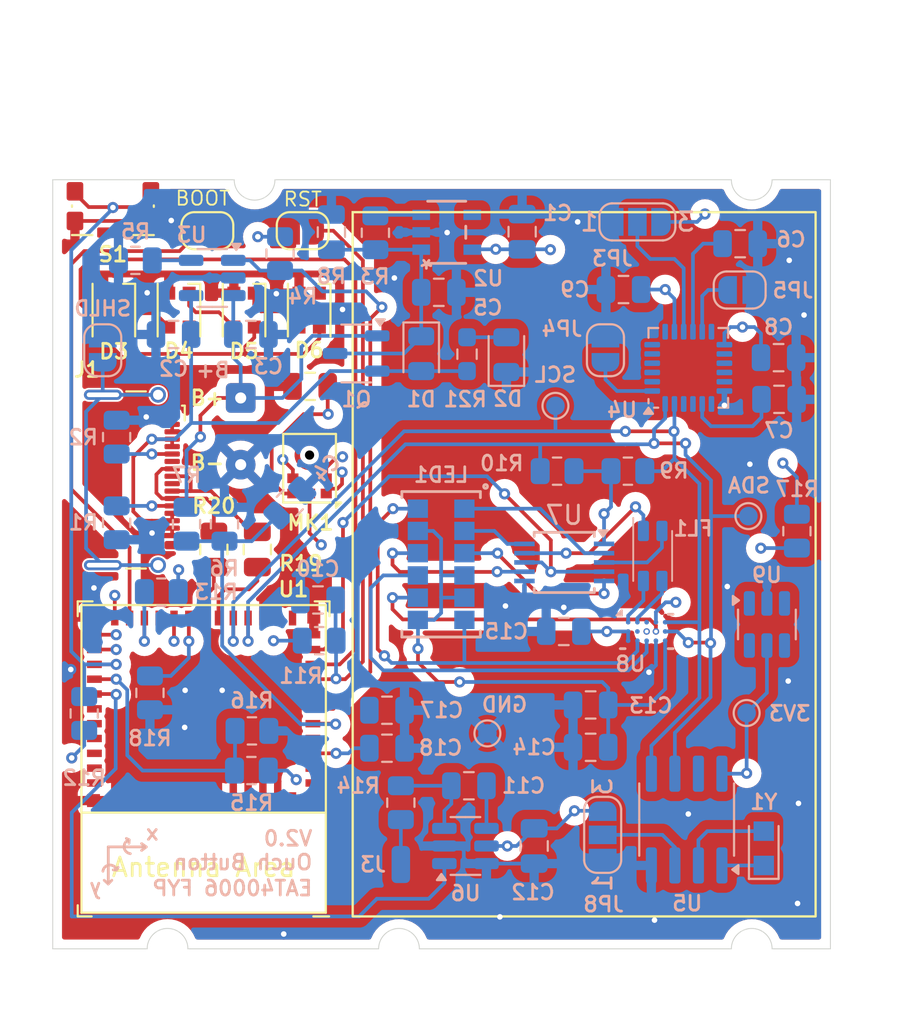
<source format=kicad_pcb>
(kicad_pcb (version 20240108) (generator "pcbnew") (generator_version "8.0")
  (layers (0 "F.Cu" signal) (1 "In1.Cu" power "3V3.Cu") (2 "In2.Cu" power "GND.Cu") (31 "B.Cu" signal) (34 "B.Paste" user) (35 "F.Paste" user) (36 "B.SilkS" user "B.Silkscreen") (37 "F.SilkS" user "F.Silkscreen") (38 "B.Mask" user) (39 "F.Mask" user) (44 "Edge.Cuts" user))
  (net 0 "")
  (net 1 "GND")
  (net 2 "IO9{slash}BOOT")
  (net 3 "VBATT")
  (net 4 "IO2{slash}BATT")
  (net 5 "Net-(U4-REGOUT)")
  (net 6 "Net-(U4-CPOUT)")
  (net 7 "+3V3")
  (net 8 "EN")
  (net 9 "Net-(U6-SNSK)")
  (net 10 "Net-(U6-SNS)")
  (net 11 "VCC_TX")
  (net 12 "VUSB")
  (net 13 "Net-(D1-K)")
  (net 14 "Net-(D2-A)")
  (net 15 "Net-(D3-DOUT)")
  (net 16 "IO4{slash}WB2812B")
  (net 17 "Net-(D4-DOUT)")
  (net 18 "Net-(D5-DOUT)")
  (net 20 "Net-(FL1-Pad4)")
  (net 21 "Net-(FL1-Pad1)")
  (net 22 "Net-(U8-INP)")
  (net 23 "Net-(U8-INM)")
  (net 24 "Net-(J3-Pin_1)")
  (net 25 "INP1")
  (net 26 "TX1")
  (net 27 "INM2")
  (net 28 "TX3")
  (net 29 "INP2")
  (net 30 "INM1")
  (net 31 "TX2")
  (net 32 "IO18{slash}LR")
  (net 33 "IO19{slash}WS")
  (net 34 "IO20{slash}SCK")
  (net 35 "IO14{slash}SD")
  (net 36 "Net-(J1-CC2)")
  (net 37 "Net-(J1-CC1)")
  (net 38 "Net-(U2-EN)")
  (net 39 "Net-(U3-PROG)")
  (net 40 "IO7{slash}SCL")
  (net 41 "IO6{slash}SDA")
  (net 42 "IO21{slash}S1")
  (net 43 "Net-(U1-GPIO8)")
  (net 44 "IO22{slash}AFE_CLK")
  (net 45 "Net-(U8-CLK)")
  (net 46 "IO15{slash}AFE_RST")
  (net 47 "IO12{slash}USB_D-")
  (net 48 "IO13{slash}USB_D+")
  (net 57 "IO23{slash}TOUCH")
  (net 58 "IO3{slash}CHG")
  (net 60 "IO5{slash}SELECT")
  (net 63 "Net-(JP5-B)")
  (net 64 "Net-(JP3-C)")
  (net 70 "Net-(JP4-B)")
  (net 80 "Net-(JP8-C)")
  (net 81 "Net-(U5-X2)")
  (net 83 "Net-(U5-X1)")
  (net 90 "Net-(J1-SHIELD)")
  (net 92 "Net-(J1-D--PadA7)")
  (net 93 "Net-(J1-D+-PadA6)")
  (footprint "LED_SMD:LED_WS2812B-2020_PLCC4_2.0x2.0mm" (layer "F.Cu") (at 76.3 78.035 -90)
    (property "Reference" "D3")
    (property "Value" "WS2812B" (hide yes))
  )
  (footprint "Capacitor_SMD:C_0805_2012Metric" (layer "F.Cu") (at 84.05 90.95 90)
    (property "Reference" "R19")
    (property "Value" "22R")
  )
  (footprint "Capacitor_SMD:C_0805_2012Metric" (layer "F.Cu") (at 81.7 90.95 90)
    (property "Reference" "R20")
    (property "Value" "22R")
  )
  (footprint "LED_SMD:LED_WS2812B-2020_PLCC4_2.0x2.0mm" (layer "F.Cu") (at 86.85 78.035 -90)
    (property "Reference" "D6")
    (property "Value" "WS2812B-2020" (hide yes))
  )
  (footprint "PCM_Espressif:ESP32-C6-MINI-1" (layer "F.Cu") (at 81.15 102.25 180)
    (property "Reference" "U1")
    (property "Value" "ESP32-C6-MINI-1/U")
  )
  (footprint "Jumper:SolderJumper-2_P1.3mm_Open_RoundedPad1.0x1.5mm" (layer "F.Cu") (at 86.5 73.75)
    (property "Reference" "RST1" (hide yes))
    (property "Value" "SolderJumper_2_Open")
  )
  (footprint "LED_SMD:LED_WS2812B-2020_PLCC4_2.0x2.0mm" (layer "F.Cu") (at 83.333332 78.035 -90)
    (property "Reference" "D5")
    (property "Value" "WS2812B-2020" (hide yes))
  )
  (footprint "Connector_Wire:SolderWire-0.1sqmm_1x02_P3.6mm_D0.4mm_OD1mm" (layer "F.Cu") (at 83.15 82.775 -90)
    (property "Reference" "J_BATT1" (hide yes))
    (property "Value" "Solder with Relief" (hide yes))
  )
  (footprint "Jumper:SolderJumper-2_P1.3mm_Open_RoundedPad1.0x1.5mm" (layer "F.Cu") (at 81.35 73.75 180)
    (property "Reference" "BOOT1" (hide yes))
    (property "Value" "SolderJumper_2_Open")
  )
  (footprint "Button_Switch_SMD:SW_SPST_CK_KMS2xxGP" (layer "F.Cu") (at 76.25 72.425 180)
    (property "Reference" "S1")
    (property "Value" "SW_Push")
  )
  (footprint "Connector_USB:USB_C_Receptacle_G-Switch_GT-USB-7025" (layer "F.Cu") (at 76 87.2 -90)
    (property "Reference" "J1")
    (property "Value" "USB_C_Receptacle_USB2.0_14P")
  )
  (footprint "Capacitor_SMD:C_0805_2012Metric" (layer "F.Cu") (at 86.9 82.15 180)
    (property "Reference" "C16" (hide yes))
    (property "Value" "0.1uF")
  )
  (footprint "Sensor_Audio:InvenSense_ICS-43434-6_3.5x2.65mm" (layer "F.Cu") (at 86.87 86.5675 180)
    (property "Reference" "MK1")
    (property "Value" "ICS-43434")
  )
  (footprint "LED_SMD:LED_WS2812B-2020_PLCC4_2.0x2.0mm" (layer "F.Cu") (at 79.816666 78.035 -90)
    (property "Reference" "D4")
    (property "Value" "WS2812B-2020" (hide yes))
  )
  (footprint "Capacitor_SMD:C_0805_2012Metric" (layer "B.Cu") (at 112.2 80.6)
    (property "Reference" "C8")
    (property "Value" "0.1uF")
  )
  (footprint "Sensor_Motion:InvenSense_QFN-24_4x4mm_P0.5mm" (layer "B.Cu") (at 107.325 81.15)
    (property "Reference" "U4")
    (property "Value" "MPU-6050")
  )
  (footprint "Jumper:SolderJumper-2_P1.3mm_Open_RoundedPad1.0x1.5mm" (layer "B.Cu") (at 75.7 80.2 -90)
    (property "Reference" "SHLD1" (hide yes))
    (property "Value" "SolderJumper_2_Bridged")
  )
  (footprint "Connector_Wire:SolderWirePad_1x01_SMD_1x2mm" (layer "B.Cu") (at 91.8 107.95 180)
    (property "Reference" "J3")
    (property "Value" "Conn_01x01_Pin")
  )
  (footprint "Diode_SMD:D_0805_2012Metric" (layer "B.Cu") (at 92.9 80.3875 -90)
    (property "Reference" "D1")
    (property "Value" "5V Min")
  )
  (footprint "Jumper:SolderJumper-2_P1.3mm_Open_RoundedPad1.0x1.5mm" (layer "B.Cu") (at 110.1 76.95 180)
    (property "Reference" "JP5")
    (property "Value" "SolderJumper_2_Bridged")
  )
  (footprint "Resistor_SMD:R_0603_1608Metric_Pad0.98x0.95mm_HandSolder" (layer "B.Cu") (at 95.375 80.4125 90)
    (property "Reference" "R21")
    (property "Value" "4.7k")
  )
  (footprint "Resistor_SMD:R_0805_2012Metric" (layer "B.Cu") (at 78.8625 93.25 180)
    (property "Reference" "R13")
    (property "Value" "100k")
  )
  (footprint "TestPoint:TestPoint_Pad_D1.0mm" (layer "B.Cu") (at 96.475 100.875 180)
    (property "Reference" "TP4" (hide yes))
    (property "Value" "TestPoint")
  )
  (footprint "Resistor_SMD:R_0805_2012Metric" (layer "B.Cu") (at 76.45 89.5125 -90)
    (property "Reference" "R1")
    (property "Value" "5.1k")
  )
  (footprint "Package_TO_SOT_SMD:SOT-23-6" (layer "B.Cu") (at 95.2875 106.95)
    (property "Reference" "U6")
    (property "Value" "AT42QT1010-TSHR")
  )
  (footprint "Capacitor_SMD:C_0805_2012Metric" (layer "B.Cu") (at 100.6 95.375 180)
    (property "Reference" "C15")
    (property "Value" "1uF")
  )
  (footprint "Resistor_SMD:R_0805_2012Metric" (layer "B.Cu") (at 82.275 89.5875 90)
    (property "Reference" "R6")
    (property "Value" "10M")
  )
  (footprint "TestPoint:TestPoint_Pad_D1.0mm" (layer "B.Cu") (at 110.57 89.15 180)
    (property "Reference" "TP2" (hide yes))
    (property "Value" "TestPoint")
  )
  (footprint "Resistor_SMD:R_0805_2012Metric" (layer "B.Cu") (at 90.425 73.8625 -90)
    (property "Reference" "R3")
    (property "Value" "100k")
  )
  (footprint "Package_TO_SOT_SMD:SOT-23-5" (layer "B.Cu") (at 81.6125 76.3 180)
    (property "Reference" "U3")
    (property "Value" "MCP73831-2-OT")
  )
  (footprint "Jumper:SolderJumper-2_P1.3mm_Open_RoundedPad1.0x1.5mm" (layer "B.Cu") (at 102.85 80.2 -90)
    (property "Reference" "JP4")
    (property "Value" "SolderJumper_2_Bridged")
  )
  (footprint "Capacitor_SMD:C_0805_2012Metric" (layer "B.Cu") (at 103.825 76.925 180)
    (property "Reference" "C9")
    (property "Value" "10nF")
  )
  (footprint "Package_SO:SOIC-8_3.9x4.9mm_P1.27mm" (layer "B.Cu") (at 107.235 105.525 90)
    (property "Reference" "U5")
    (property "Value" "DS1307Z+")
  )
  (footprint "AFE4404YZPT:YZP15_TEX" (layer "B.Cu") (at 105.075 95.375 -90)
    (property "Reference" "U8")
    (property "Value" "AFE4404YZPT")
  )
  (footprint "Jumper:SolderJumper-3_P1.3mm_Open_RoundedPad1.0x1.5mm_NumberLabels" (layer "B.Cu") (at 102.7 106.35 90)
    (property "Reference" "JP8")
    (property "Value" "SolderJumper_3_Bridged12")
  )
  (footprint "Package_TO_SOT_SMD:SOT-23-6" (layer "B.Cu") (at 111.57 94.9975 -90)
    (property "Reference" "U9")
    (property "Value" "WE-TVS-82400102")
  )
  (footprint "Capacitor_SMD:C_0805_2012Metric" (layer "B.Cu") (at 98.35 73.8046 90)
    (property "Reference" "C1")
    (property "Value" "2.2uF")
  )
  (footprint "Inductor_SMD:L_CommonMode_Wurth_WE-CNSW-1206" (layer "B.Cu") (at 105.4 91.3 -90)
    (property "Reference" "FL1")
    (property "Value" "0603USB-951")
  )
  (footprint "Capacitor_SMD:C_0805_2012Metric" (layer "B.Cu") (at 87.325 93.675 180)
    (property "Reference" "C10")
    (property "Value" "0.1uF")
  )
  (footprint "Resistor_SMD:R_0805_2012Metric" (layer "B.Cu") (at 100.2375 86.725 180)
    (property "Reference" "R10")
    (property "Value" "4.7k")
  )
  (footprint "Capacitor_SMD:C_0805_2012Metric" (layer "B.Cu") (at 85.803249 88.446751 45)
    (property "Reference" "C4")
    (property "Value" "2.2uF")
  )
  (footprint "Resistor_SMD:R_0805_2012Metric" (layer "B.Cu") (at 74.7 99.8 90)
    (property "Reference" "R12")
    (property "Value" "100k")
  )
  (footprint "Resistor_SMD:R_0805_2012Metric" (layer "B.Cu") (at 78.25 98.6875 -90)
    (property "Reference" "R18")
    (property "Value" "100k")
  )
  (footprint "Jumper:SolderJumper-3_P1.3mm_Open_RoundedPad1.0x1.5mm_NumberLabels" (layer "B.Cu") (at 104.575 73.275)
    (property "Reference" "JP3")
    (property "Value" "SolderJumper_3_Bridged12")
  )
  (footprint "Capacitor_SMD:C_0805_2012Metric" (layer "B.Cu") (at 79.525 79.35 180)
    (property "Reference" "C2")
    (property "Value" "2.2uF")
  )
  (footprint "Resistor_SMD:R_0805_2012Metric" (layer "B.Cu") (at 85.275 74.9875 -90)
    (property "Reference" "R4")
    (property "Value" "10k")
  )
  (footprint "Capacitor_SMD:C_0805_2012Metric" (layer "B.Cu") (at 91.05 101.675)
    (property "Reference" "C18")
    (property "Value" "22uF")
  )
  (footprint "Resistor_SMD:R_0805_2012Metric" (layer "B.Cu") (at 87.3875 95.87)
    (property "Reference" "R11")
    (property "Value" "100k")
  )
  (footprint "TestPoint:TestPoint_Pad_D1.0mm" (layer "B.Cu") (at 110.475 99.775 180)
    (property "Reference" "TP1" (hide yes))
    (property "Value" "TestPoint")
  )
  (footprint "Resistor_SMD:R_0805_2012Metric" (layer "B.Cu") (at 76.45 84.8875 90)
    (property "Reference" "R2")
    (property "Value" "5.1k")
  )
  (footprint "Resistor_SMD:R_0805_2012Metric" (layer "B.Cu") (at 83.7275 102.88 180)
    (property "Reference" "R15")
    (property "Value" "470")
  )
  (footprint "RT9080_33GJ5:TSOT-23-5_RIT" (layer "B.Cu") (at 94.27795 73.8352)
    (property "Reference" "U2")
    (property "Value" "RT9080-33GJ5")
  )
  (footprint "Resistor_SMD:R_0805_2012Metric" (layer "B.Cu") (at 113.19 89.9625 -90)
    (property "Reference" "R17")
    (property "Value" "4.7k")
  )
  (footprint "Crystal:Crystal_SMD_2012-2Pin_2.0x1.2mm_HandSoldering" (layer "B.Cu") (at 111.4 107.075 90)
    (property "Reference" "Y1")
    (property "Value" "32.768 kHz")
  )
  (footprint "Capacitor_SMD:C_0805_2012Metric" (layer "B.Cu") (at 112.225 82.85)
    (property "Reference" "C7")
    (property "Value" "2.2nF")
  )
  (footprint "Capacitor_SMD:C_0805_2012Metric" (layer "B.Cu") (at 110.125 74.45)
    (property "Reference" "C6")
    (property "Value" "0.1uF")
  )
  (footprint "Capacitor_SMD:C_0805_2012Metric" (layer "B.Cu") (at 88.05 73.825 90)
    (property "Reference" "R8")
    (property "Value" "100k")
  )
  (footprint "Capacitor_SMD:C_0805_2012Metric" (layer "B.Cu") (at 91.05 99.625)
    (property "Reference" "C17")
    (property "Value" "0.1uF")
  )
  (footprint "Capacitor_SMD:C_0805_2012Metric" (layer "B.Cu") (at 99 106.95 -90)
    (property "Reference" "C12")
    (property "Value" "0.1uF")
  )
  (footprint "Capacitor_SMD:C_0805_2012Metric" (layer "B.Cu") (at 95.475 103.7)
    (property "Reference" "C11")
    (property "Value" "0.1uF")
  )
  (footprint "Capacitor_SMD:C_0805_2012Metric" (layer "B.Cu") (at 93.85 77.075)
    (property "Reference" "C5")
    (property "Value" "2.2uF")
  )
  (footprint "SFH_7072:SFH 7072_OSR" (layer "B.Cu") (at 93.975 91.75 180)
    (property "Reference" "LED1")
    (property "Value" "SFH 7072")
  )
  (footprint "Capacitor_SMD:C_0805_2012Metric" (layer "B.Cu") (at 83.7 79.35)
    (property "Reference" "C3")
    (property "Value" "2.2uF")
  )
  (footprint "Package_SO:TSSOP-10_3x3mm_P0.5mm" (layer "B.Cu") (at 100.625 91.65 180)
    (property "Reference" "U7")
    (property "Value" "TS3A24159DGS")
  )
  (footprint "Resistor_SMD:R_0805_2012Metric" (layer "B.Cu") (at 77.4625 75.35 180)
    (property "Reference" "R5")
    (property "Value" "4.7k")
  )
  (footprint "LED_SMD:LED_0805_2012Metric" (layer "B.Cu") (at 97.5 80.4375 90)
    (property "Reference" "D2")
    (property "Value" "LED")
  )
  (footprint "Resistor_SMD:R_0805_2012Metric" (layer "B.Cu") (at 91.8 104.6125 90)
    (property "Reference" "R14")
    (property "Value" "10k")
  )
  (footprint "TestPoint:TestPoint_Pad_D1.0mm" (layer "B.Cu") (at 100.15 83.2 180)
    (property "Reference" "TP3" (hide yes))
    (property "Value" "TestPoint" (hide yes))
  )
  (footprint "Resistor_SMD:R_0805_2012Metric" (layer "B.Cu") (at 83.7575 100.74)
    (property "Reference" "R16")
    (property "Value" "4.7k")
  )
  (footprint "Resistor_SMD:R_0805_2012Metric" (layer "B.Cu") (at 80.225 89.5875 -90)
    (property "Reference" "R7")
    (property "Value" "10M")
  )
  (footprint "Package_TO_SOT_SMD:SOT-23-3" (layer "B.Cu") (at 89.3875 80.375 180)
    (property "Reference" "Q1")
    (property "Value" "AO3423 P-Chanel")
  )
  (footprint "Capacitor_SMD:C_0805_2012Metric" (layer "B.Cu") (at 102.05 101.625 180)
    (property "Reference" "C14")
    (property "Value" "1uF")
  )
  (footprint "Resistor_SMD:R_0805_2012Metric" (layer "B.Cu") (at 104.0625 86.725)
    (property "Reference" "R9")
    (property "Value" "4.7k")
  )
  (footprint "Capacitor_SMD:C_0805_2012Metric" (layer "B.Cu") (at 102.05 99.34 180)
    (property "Reference" "C13")
    (property "Value" "0.1uF")
  )
  (gr_line (start 76 107) (end 78.03 107) (stroke (width 0.15)) (layer "B.SilkS"))
  (gr_line (start 77.11716 106.802914) (end 77.122839 106.617086) (stroke (width 0.15)) (layer "B.SilkS"))
  (gr_line (start 77.122839 106.617086) (end 76.97716 106.542914) (stroke (width 0.15)) (layer "B.SilkS"))
  (gr_line (start 77.8 106.82) (end 78.05 107) (stroke (width 0.15)) (layer "B.SilkS"))
  (gr_line (start 76 109) (end 75.78 108.8) (stroke (width 0.15)) (layer "B.SilkS"))
  (gr_line (start 76.27 108.24) (end 76.455828 108.245679) (stroke (width 0.15)) (layer "B.SilkS"))
  (gr_arc (start 75.71 108.31) (mid 76.057068 107.978142) (end 76.455828 108.245679) (stroke (width 0.15)) (layer "B.SilkS"))
  (gr_line (start 76.19 108.8) (end 76 109) (stroke (width 0.15)) (layer "B.SilkS"))
  (gr_arc (start 77.18716 107.362914) (mid 76.855302 107.015846) (end 77.122839 106.617086) (stroke (width 0.15)) (layer "B.SilkS"))
  (gr_line (start 76.455828 108.245679) (end 76.53 108.1) (stroke (width 0.15)) (layer "B.SilkS"))
  (gr_line (start 77.122839 106.617086) (end 77.11716 106.802914) (stroke (width 0.15)) (layer "B.SilkS"))
  (gr_line (start 76 107) (end 76 109) (stroke (width 0.15)) (layer "B.SilkS"))
  (gr_line (start 78.05 107) (end 77.8 107.19) (stroke (width 0.15)) (layer "B.SilkS"))
  (gr_rect (start 89.2 72.75) (end 114.2 110.75) (stroke (width 0.127)) (fill none) (layer "F.SilkS"))
  (gr_arc (start 85 71) (mid 83.9 72.1) (end 82.8 71) (stroke (width 0.05)) (layer "Edge.Cuts"))
  (gr_arc (start 78.1 112.5) (mid 79.2 111.4) (end 80.3 112.5) (stroke (width 0.05)) (layer "Edge.Cuts"))
  (gr_line (start 80.3 112.5) (end 90.6 112.5) (stroke (width 0.05)) (layer "Edge.Cuts"))
  (gr_line (start 115 71) (end 115 112.5) (stroke (width 0.05)) (layer "Edge.Cuts"))
  (gr_line (start 111.85 71) (end 115 71) (stroke (width 0.05)) (layer "Edge.Cuts"))
  (gr_line (start 111.85 112.5) (end 115 112.5) (stroke (width 0.05)) (layer "Edge.Cuts"))
  (gr_arc (start 111.85 71) (mid 110.75 72.1) (end 109.65 71) (stroke (width 0.05)) (layer "Edge.Cuts"))
  (gr_arc (start 90.6 112.5) (mid 91.7 111.4) (end 92.8 112.5) (stroke (width 0.05)) (layer "Edge.Cuts"))
  (gr_line (start 73 112.5) (end 78.1 112.5) (stroke (width 0.05)) (layer "Edge.Cuts"))
  (gr_arc (start 109.65 112.5) (mid 110.75 111.4) (end 111.85 112.5) (stroke (width 0.05)) (layer "Edge.Cuts"))
  (gr_line (start 92.8 112.5) (end 109.65 112.5) (stroke (width 0.05)) (layer "Edge.Cuts"))
  (gr_line (start 73 71) (end 73 112.5) (stroke (width 0.05)) (layer "Edge.Cuts"))
  (gr_line (start 85 71) (end 109.65 71) (stroke (width 0.05)) (layer "Edge.Cuts"))
  (gr_line (start 73 71) (end 82.8 71) (stroke (width 0.05)) (layer "Edge.Cuts"))
  (gr_text "EAT40006 FYP" (at 87.1 109.7 0) (layer "B.SilkS") (effects (font (size 0.8 0.8) (thickness 0.15) (bold yes)) (justify left bottom mirror)))
  (gr_text "x" (at 78.8 106.7 0) (layer "B.SilkS") (effects (font (size 0.8 0.8) (thickness 0.15) (bold yes)) (justify left bottom mirror)))
  (gr_text "V2.0 \nOuch Button" (at 87.1 108.3 0) (layer "B.SilkS") (effects (font (size 0.8 0.8) (thickness 0.15) (bold yes)) (justify left bottom mirror)))
  (gr_text "y" (at 75.7 109.6 0) (layer "B.SilkS") (effects (font (size 0.8 0.8) (thickness 0.15) (bold yes)) (justify left bottom mirror)))
  (segment (start 79.45 84.6) (end 80 84.6) (width 0.2) (layer "F.Cu") (net 1))
  (segment (start 79.45 89.8) (end 79.45 90.2) (width 0.2) (layer "F.Cu") (net 1))
  (segment (start 79.45 84.2) (end 79.45 84.6) (width 0.2) (layer "F.Cu") (net 1))
  (segment (start 74.2 73.225) (end 78.3 73.225) (width 0.2) (layer "F.Cu") (net 1))
  (via (at 113.575 78.3) (size 0.6) (drill 0.3) (layers "F.Cu" "B.Cu") (net 1))
  (via (at 78.05 83.8) (size 0.6) (drill 0.3) (layers "F.Cu" "B.Cu") (net 1))
  (via (at 109.43 92.95) (size 0.6) (drill 0.3) (layers "F.Cu" "B.Cu") (net 1))
  (via (at 113.275 104.65) (size 0.6) (drill 0.3) (layers "F.Cu" "B.Cu") (net 1))
  (via (at 97.15 110.775) (size 0.6) (drill 0.3) (layers "F.Cu" "B.Cu") (net 1))
  (via (at 80.15 98.55) (size 0.6) (drill 0.3) (layers "F.Cu" "B.Cu") (net 1))
  (via (at 73.975 97.425) (size 0.6) (drill 0.3) (layers "F.Cu" "B.Cu") (net 1))
  (via (at 85.475 111.7) (size 0.6) (drill 0.3) (layers "F.Cu" "B.Cu") (net 1))
  (via (at 112.72 98.05) (size 0.6) (drill 0.3) (layers "F.Cu" "B.Cu") (net 1))
  (via (at 78.1 77.1) (size 0.6) (drill 0.3) (layers "F.Cu" "B.Cu") (net 1))
  (via (at 82.15 98.55) (size 0.6) (drill 0.3) (layers "F.Cu" "B.Cu") (net 1))
  (via (at 80.125 100.55) (size 0.6) (drill 0.3) (layers "F.Cu" "B.Cu") (net 1))
  (via (at 109.275 83.175) (size 0.6) (drill 0.3) (layers "F.Cu" "B.Cu") (net 1))
  (via (at 113.225 110.05) (size 0.6) (drill 0.3) (layers "F.Cu" "B.Cu") (net 1))
  (via (at 94.3 73.85) (size 0.6) (drill 0.3) (layers "F.Cu" "B.Cu") (net 1))
  (via (at 100.6 94.075) (size 0.6) (drill 0.3) (layers "F.Cu" "B.Cu") (net 1))
  (via (at 85.075 77.15) (size 0.6) (drill 0.3) (layers "F.Cu" "B.Cu") (net 1))
  (via (at 105.2 97.575) (size 0.6) (drill 0.3) (layers "F.Cu" "B.Cu") (net 1))
  (via (at 107.325 105.225) (size 0.6) (drill 0.3) (layers "F.Cu" "B.Cu") (net 1))
  (via (at 110.65 86.35) (size 0.6) (drill 0.3) (layers "F.Cu" "B.Cu") (net 1))
  (via (at 78.361965 90.064121) (size 0.6) (drill 0.3) (layers "F.Cu" "B.Cu") (net 1))
  (via (at 112.775 75.35) (size 0.6) (drill 0.3) (layers "F.Cu" "B.Cu") (net 1))
  (via (at 105.5 110.95) (size 0.6) (drill 0.3) (layers "F.Cu" "B.Cu") (net 1))
  (via (at 101.35 73.275) (size 0.6) (drill 0.3) (layers "F.Cu" "B.Cu") (net 1))
  (via (at 75.225 93.025) (size 0.6) (drill 0.3) (layers "F.Cu" "B.Cu") (net 1))
  (via (at 91.45 76.3) (size 0.6) (drill 0.3) (layers "F.Cu" "B.Cu") (net 1))
  (via (at 88.65 78) (size 0.6) (drill 0.3) (layers "F.Cu" "B.Cu") (net 1))
  (via (at 97.45 94) (size 0.6) (drill 0.3) (layers "F.Cu" "B.Cu") (net 1))
  (via (at 79.4 73.2) (size 0.6) (drill 0.3) (layers "F.Cu" "B.Cu") (net 1))
  (segment (start 105.575 97.2) (end 105.2 97.575) (width 0.2) (layer "B.Cu") (net 1))
  (segment (start 94.15 106.95) (end 94.95 106.95) (width 0.2) (layer "B.Cu") (net 1))
  (segment (start 94.95 106.95) (end 95.2 107.2) (width 0.2) (layer "B.Cu") (net 1))
  (segment (start 95.2 107.2) (end 95.2 107.6) (width 0.2) (layer "B.Cu") (net 1))
  (segment (start 105.575 97) (end 105.575 97.2) (width 0.2) (layer "B.Cu") (net 1))
  (segment (start 95.2 107.6) (end 95.5 107.9) (width 0.2) (layer "B.Cu") (net 1))
  (segment (start 99 107.9) (end 96.425 107.9) (width 0.2) (layer "B.Cu") (net 1))
  (segment (start 95.5 107.9) (end 96.425 107.9) (width 0.2) (layer "B.Cu") (net 1))
  (segment (start 105.575 95.875) (end 105.575 97) (width 0.2) (layer "B.Cu") (net 1))
  (segment (start 74 75.55) (end 74 87.7) (width 0.2) (layer "F.Cu") (net 2))
  (segment (start 77.15 90.85) (end 77.15 94.65) (width 0.2) (layer "F.Cu") (net 2))
  (segment (start 79.85 74.85) (end 74.7 74.85) (width 0.2) (layer "F.Cu") (net 2))
  (segment (start 80.7 74) (end 79.85 74.85) (width 0.2) (layer "F.Cu") (net 2))
  (segment (start 74 87.7) (end 77.15 90.85) (width 0.2) (layer "F.Cu") (net 2))
  (segment (start 74.7 74.85) (end 74 75.55) (width 0.2) (layer "F.Cu") (net 2))
  (segment (start 80.975 83.725) (end 81.925 82.775) (width 0.2) (layer "F.Cu") (net 3))
  (segment (start 83.4 80.45) (end 83.35 80.4) (width 0.2) (layer "F.Cu") (net 3))
  (segment (start 80.366666 78.95) (end 80.366666 80.383334) (width 0.2) (layer "F.Cu") (net 3))
  (segment (start 83.883332 78.95) (end 83.883332 79.516668) (width 0.2) (layer "F.Cu") (net 3))
  (segment (start 76.85 79.675) (end 77.575 80.4) (width 0.2) (layer "F.Cu") (net 3))
  (segment (start 86.575 80.4) (end 87.4 79.575) (width 0.2) (layer "F.Cu") (net 3))
  (segment (start 81.925 82.775) (end 83.15 82.775) (width 0.2) (layer "F.Cu") (net 3))
  (segment (start 80.975 84.875) (end 80.975 83.725) (width 0.2) (layer "F.Cu") (net 3))
  (segment (start 80.35 80.4) (end 83.35 80.4) (width 0.2) (layer "F.Cu") (net 3))
  (segment (start 87.4 79.575) (end 87.4 78.95) (width 0.2) (layer "F.Cu") (net 3))
  (segment (start 83.883332 79.516668) (end 83.4 80) (width 0.2) (layer "F.Cu") (net 3))
  (segment (start 83.4 80) (end 83.4 80.45) (width 0.2) (layer "F.Cu") (net 3))
  (segment (start 77.575 80.4) (end 80.35 80.4) (width 0.2) (layer "F.Cu") (net 3))
  (segment (start 76.85 78.95) (end 76.85 79.675) (width 0.2) (layer "F.Cu") (net 3))
  (segment (start 80.366666 80.383334) (end 80.35 80.4) (width 0.2) (layer "F.Cu") (net 3))
  (segment (start 83.35 80.4) (end 86.575 80.4) (width 0.2) (layer "F.Cu") (net 3))
  (via (at 80.975 84.875) (size 0.6) (drill 0.3) (layers "F.Cu" "B.Cu") (net 3))
  (segment (start 82.75 77.25) (end 82.75 79.2) (width 0.2) (layer "B.Cu") (net 3))
  (segment (start 80.975 84.875) (end 80.225 85.625) (width 0.2) (layer "B.Cu") (net 3))
  (segment (start 80.225 85.625) (end 80.225 88.675) (width 0.2) (layer "B.Cu") (net 3))
  (segment (start 86.425 80.025) (end 87.025 79.425) (width 0.2) (layer "B.Cu") (net 3))
  (segment (start 87.025 79.425) (end 90.525 79.425) (width 0.2) (layer "B.Cu") (net 3))
  (segment (start 82.75 79.2) (end 82.75 80.6) (width 0.2) (layer "B.Cu") (net 3))
  (segment (start 85.4 82.775) (end 86.425 81.75) (width 0.2) (layer "B.Cu") (net 3))
  (segment (start 83.15 82.775) (end 85.4 82.775) (width 0.2) (layer "B.Cu") (net 3))
  (segment (start 82.75 80.6) (end 83.15 81) (width 0.2) (layer "B.Cu") (net 3))
  (segment (start 83.15 81) (end 83.15 82.7) (width 0.2) (layer "B.Cu") (net 3))
  (segment (start 86.425 81.75) (end 86.425 80.025) (width 0.2) (layer "B.Cu") (net 3))
  (segment (start 87.05 100.35) (end 88.25 100.35) (width 0.2) (layer "F.Cu") (net 4))
  (segment (start 88.25 100.35) (end 88.275 100.375) (width 0.2) (layer "F.Cu") (net 4))
  (via (at 88.275 100.375) (size 0.6) (drill 0.3) (layers "F.Cu" "B.Cu") (net 4))
  (segment (start 85.131498 89.118502) (end 83.75 90.5) (width 0.2) (layer "B.Cu") (net 4))
  (segment (start 82.15 96.148529) (end 82.15 90.625) (width 0.2) (layer "B.Cu") (net 4))
  (segment (start 80.225 90.5) (end 82.275 90.5) (width 0.2) (layer "B.Cu") (net 4))
  (segment (start 86.376471 100.375) (end 82.15 96.148529) (width 0.2) (layer "B.Cu") (net 4))
  (segment (start 88.275 100.375) (end 86.376471 100.375) (width 0.2) (layer "B.Cu") (net 4))
  (segment (start 83.75 90.5) (end 82.275 90.5) (width 0.2) (layer "B.Cu") (net 4))
  (segment (start 82.15 90.625) (end 82.275 90.5) (width 0.2) (layer "B.Cu") (net 4))
  (segment (start 108.125 74.45) (end 107.575 75) (width 0.2) (layer "B.Cu") (net 5))
  (segment (start 109.175 74.45) (end 108.125 74.45) (width 0.2) (layer "B.Cu") (net 5))
  (segment (start 107.575 75) (end 107.575 79.2) (width 0.2) (layer "B.Cu") (net 5))
  (segment (start 110.8 84.3) (end 108.55 84.3) (width 0.2) (layer "B.Cu") (net 6))
  (segment (start 108.55 84.3) (end 108.075 83.825) (width 0.2) (layer "B.Cu") (net 6))
  (segment (start 111.275 83.825) (end 110.8 84.3) (width 0.2) (layer "B.Cu") (net 6))
  (segment (start 108.075 83.825) (end 108.075 83.1) (width 0.2) (layer "B.Cu") (net 6))
  (segment (start 111.275 82.85) (end 111.275 83.825) (width 0.2) (layer "B.Cu") (net 6))
  (segment (start 87.85 83.625) (end 87.875 83.65) (width 0.2) (layer "F.Cu") (net 7))
  (segment (start 84.825 87.2865) (end 84.825 85.375) (width 0.2) (layer "F.Cu") (net 7))
  (segment (start 85.97 87.9315) (end 85.47 87.9315) (width 0.2) (layer "F.Cu") (net 7))
  (segment (start 87.85 82.15) (end 87.85 83.625) (width 0.2) (layer "F.Cu") (net 7))
  (segment (start 86.55 83.65) (end 87.875 83.65) (width 0.2) (layer "F.Cu") (net 7))
  (segment (start 85.47 87.9315) (end 84.825 87.2865) (width 0.2) (layer "F.Cu") (net 7))
  (segment (start 84.825 85.375) (end 86.55 83.65) (width 0.2) (layer "F.Cu") (net 7))
  (segment (start 88.3 101.95) (end 87.05 101.95) (width 0.2) (layer "F.Cu") (net 7))
  (via (at 112.43 86.29) (size 0.6) (drill 0.3) (layers "F.Cu" "B.Cu") (net 7))
  (via (at 101.175 105.05) (size 0.6) (drill 0.3) (layers "F.Cu" "B.Cu") (net 7))
  (via (at 102.925 95.375) (size 0.6) (drill 0.3) (layers "F.Cu" "B.Cu") (net 7))
  (via (at 108.225 72.85) (size 0.6) (drill 0.3) (layers "F.Cu" "B.Cu") (net 7))
  (via (at 110.25 78.95) (size 0.6) (drill 0.3) (layers "F.Cu" "B.Cu") (net 7))
  (via (at 102.775 89.025) (size 0.6) (drill 0.3) (layers "F.Cu" "B.Cu") (net 7))
  (via (at 110.475 103.025) (size 0.6) (drill 0.3) (layers "F.Cu" "B.Cu") (net 7))
  (via (at 97.55 106.95) (size 0.6) (drill 0.3) (layers "F.Cu" "B.Cu") (net 7))
  (via (at 88.3 101.95) (size 0.6) (drill 0.3) (layers "F.Cu" "B.Cu") (net 7))
  (via (at 79.8 92.05) (size 0.6) (drill 0.3) (layers "F.Cu" "B.Cu") (net 7))
  (via (at 87.875 83.65) (size 0.6) (drill 0.3) (layers "F.Cu" "B.Cu") (net 7))
  (via (at 84.925 95.875) (size 0.6) (drill 0.3) (layers "F.Cu" "B.Cu") (net 7))
  (via (at 96.925 74.75) (size 0.6) (drill 0.3) (layers "F.Cu" "B.Cu") (net 7))
  (via (at 74.025 102.2) (size 0.6) (drill 0.3) (layers "F.Cu" "B.Cu") (net 7))
  (via (at 99.875 74.775) (size 0.6) (drill 0.3) (layers "F.Cu" "B.Cu") (net 7))
  (via (at 84.075 74.075) (size 0.6) (drill 0.3) (layers "F.Cu" "B.Cu") (net 7))
  (via (at 106.075 76.925) (size 0.6) (drill 0.3) (layers "F.Cu" "B.Cu") (net 7))
  (segment (start 107.8 73.275) (end 108.225 72.85) (width 0.2) (layer "B.Cu") (net 7))
  (segment (start 105.875 73.275) (end 107.8 73.275) (width 0.2) (layer "B.Cu") (net 7))
  (segment (start 79.8 92.05) (end 79.775 92.075) (width 0.2) (layer "B.Cu") (net 7))
  (segment (start 98.05 106.95) (end 99 106) (width 0.2) (layer "B.Cu") (net 7))
  (segment (start 111.25 79.3) (end 111.25 80.6) (width 0.2) (layer "B.Cu") (net 7))
  (segment (start 106.075 76.925) (end 106.575 77.425) (width 0.2) (layer "B.Cu") (net 7))
  (segment (start 84.93 95.87) (end 84.925 95.875) (width 0.2) (layer "B.Cu") (net 7))
  (segment (start 98.0559 74.7546) (end 99.8546 74.7546) (width 0.2) (layer "B.Cu") (net 7))
  (segment (start 88.975 101.95) (end 89.25 101.675) (width 0.2) (layer "B.Cu") (net 7))
  (segment (start 103.15 86.725) (end 103.15 88.65) (width 0.2) (layer "B.Cu") (net 7))
  (segment (start 98.0559 74.7546) (end 95.7059 74.7546) (width 0.2) (layer "B.Cu") (net 7))
  (segment (start 110.9 78.95) (end 111.25 79.3) (width 0.2) (layer "B.Cu") (net 7))
  (segment (start 111.57 96.135) (end 111.57 98.68) (width 0.2) (layer "B.Cu") (net 7))
  (segment (start 103.15 88.65) (end 102.775 89.025) (width 0.2) (layer "B.Cu") (net 7))
  (segment (start 110.475 99.775) (end 110.475 103.025) (width 0.2) (layer "B.Cu") (net 7))
  (segment (start 109.275 79.275) (end 109.275 79.9) (width 0.2) (layer "B.Cu") (net 7))
  (segment (start 97.55 106.95) (end 98.05 106.95) (width 0.2) (layer "B.Cu") (net 7))
  (segment (start 74.7 101.525) (end 74.7 100.7125) (width 0.2) (layer "B.Cu") (net 7))
  (segment (start 109.14 103.05) (end 110.45 103.05) (width 0.2) (layer "B.Cu") (net 7))
  (segment (start 101.175 105.05) (end 100.225 106) (width 0.2) (layer "B.Cu") (net 7))
  (segment (start 110.45 103.05) (end 110.475 103.025) (width 0.2) (layer "B.Cu") (net 7))
  (segment (start 101.15 86.725) (end 103.15 86.725) (width 0.2) (layer "B.Cu") (net 7))
  (segment (start 109.6 78.95) (end 109.275 79.275) (width 0.2) (layer "B.Cu") (net 7))
  (segment (start 106.575 77.425) (end 106.575 79.2) (width 0.2) (layer "B.Cu") (net 7))
  (segment (start 88.3 101.95) (end 88.975 101.95) (width 0.2) (layer "B.Cu") (net 7))
  (segment (start 96.425 106.95) (end 97.55 106.95) (width 0.2) (layer "B.Cu") (net 7))
  (segment (start 104.075 95.875) (end 104.075 95.375) (width 0.2) (layer "B.Cu") (net 7))
  (segment (start 100.225 106) (end 99 106) (width 0.2) (layer "B.Cu") (net 7))
  (segment (start 110.25 78.95) (end 110.9 78.95) (width 0.2) (layer "B.Cu") (net 7))
  (segment (start 79.775 92.075) (end 79.775 93.25) (width 0.2) (layer "B.Cu") (net 7))
  (segment (start 111.57 98.68) (end 110.475 99.775) (width 0.2) (layer "B.Cu") (net 7))
  (segment (start 110.25 78.95) (end 109.6 78.95) (width 0.2) (layer "B.Cu") (net 7))
  (segment (start 74.025 102.2) (end 74.7 101.525) (width 0.2) (layer "B.Cu") (net 7))
  (segment (start 113.19 87.05) (end 112.43 86.29) (width 0.2) (layer "B.Cu") (net 7))
  (segment (start 113.19 89.05) (end 113.19 87.05) (width 0.2) (layer "B.Cu") (net 7))
  (segment (start 99.8546 74.7546) (end 99.875 74.775) (width 0.2) (layer "B.Cu") (net 7))
  (segment (start 88.3 101.95) (end 88.2875 101.9625) (width 0.2) (layer "B.Cu") (net 7))
  (segment (start 89.25 101.675) (end 90.1 101.675) (width 0.2) (layer "B.Cu") (net 7))
  (segment (start 104.075 95.375) (end 102.925 95.375) (width 0.2) (layer "B.Cu") (net 7))
  (segment (start 86.475 95.87) (end 84.93 95.87) (width 0.2) (layer "B.Cu") (net 7))
  (segment (start 101.175 105.05) (end 102.7 105.05) (width 0.2) (layer "B.Cu") (net 7))
  (segment (start 101.975 95.375) (end 101.95 95.4) (width 0.2) (layer "B.Cu") (net 7))
  (segment (start 102.925 95.375) (end 101.975 95.375) (width 0.2) (layer "B.Cu") (net 7))
  (segment (start 102.775 90.65) (end 102.775 89.025) (width 0.2) (layer "B.Cu") (net 7))
  (segment (start 84.075 74.075) (end 85.275 74.075) (width 0.2) (layer "B.Cu") (net 7))
  (segment (start 106.075 76.925) (end 104.775 76.925) (width 0.2) (layer "B.Cu") (net 7))
  (segment (start 88.3 97.925) (end 88.275 97.95) (width 0.2) (layer "F.Cu") (net 8))
  (segment (start 89.75 97) (end 88.8 97.95) (width 0.2) (layer "F.Cu") (net 8))
  (segment (start 88.8 97.95) (end 88.325 97.95) (width 0.2) (layer "F.Cu") (net 8))
  (segment (start 88.15 73.75) (end 89.75 75.35) (width 0.2) (layer "F.Cu") (net 8))
  (segment (start 88.325 97.95) (end 88.3 97.925) (width 0.2) (layer "F.Cu") (net 8))
  (segment (start 88.275 97.95) (end 87.05 97.95) (width 0.2) (layer "F.Cu") (net 8))
  (segment (start 87.45 73.75) (end 88.15 73.75) (width 0.2) (layer "F.Cu") (net 8))
  (segment (start 89.75 75.35) (end 89.75 97) (width 0.2) (layer "F.Cu") (net 8))
  (via (at 88.3 97.925) (size 0.6) (drill 0.3) (layers "F.Cu" "B.Cu") (net 8))
  (segment (start 88.275 95.845) (end 88.3 95.87) (width 0.2) (layer "B.Cu") (net 8))
  (segment (start 88.3 97.925) (end 88.3 95.895) (width 0.2) (layer "B.Cu") (net 8))
  (segment (start 88.275 93.675) (end 88.275 95.845) (width 0.2) (layer "B.Cu") (net 8))
  (segment (start 88.3 95.895) (end 88.275 95.87) (width 0.2) (layer "B.Cu") (net 8))
  (segment (start 94.525 104.675) (end 94.15 105.05) (width 0.2) (layer "B.Cu") (net 9))
  (segment (start 94.15 105.05) (end 94.15 106) (width 0.2) (layer "B.Cu") (net 9))
  (segment (start 94.525 103.7) (end 91.8 103.7) (width 0.2) (layer "B.Cu") (net 9))
  (segment (start 94.525 103.7) (end 94.525 104.675) (width 0.2) (layer "B.Cu") (net 9))
  (segment (start 96.425 103.9625) (end 96.1625 103.7) (width 0.2) (layer "B.Cu") (net 10))
  (segment (start 96.425 106) (end 96.425 103.9625) (width 0.2) (layer "B.Cu") (net 10))
  (segment (start 92.725 96.3) (end 92.725 97.025) (width 0.2) (layer "F.Cu") (net 11))
  (segment (start 93.8 98.1) (end 94.975 98.1) (width 0.2) (layer "F.Cu") (net 11))
  (segment (start 92.725 97.025) (end 93.8 98.1) (width 0.2) (layer "F.Cu") (net 11))
  (via (at 92.725 96.3) (size 0.6) (drill 0.3) (layers "F.Cu" "B.Cu") (net 11))
  (via (at 94.975 98.1) (size 0.6) (drill 0.3) (layers "F.Cu" "B.Cu") (net 11))
  (segment (start 105.19 99.34) (end 103 99.34) (width 0.2) (layer "B.Cu") (net 11))
  (segment (start 106.075 98.475) (end 105.2 99.35) (width 0.2) (layer "B.Cu") (net 11))
  (segment (start 95.2323 92.350001) (end 93.975001 92.350001) (width 0.2) (layer "B.Cu") (net 11))
  (segment (start 93.975 90.375) (end 93.549999 89.949999) (width 0.2) (layer "B.Cu") (net 11))
  (segment (start 105.2 99.35) (end 105.19 99.34) (width 0.2) (layer "B.Cu") (net 11))
  (segment (start 103 99.34) (end 103 101.625) (width 0.2) (layer "B.Cu") (net 11))
  (segment (start 93.975001 92.350001) (end 93.975 92.35) (width 0.2) (layer "B.Cu") (net 11))
  (segment (start 94.975 98.1) (end 102.675 98.1) (width 0.2) (layer "B.Cu") (net 11))
  (segment (start 93.975 94.375) (end 93.975 93.525) (width 0.2) (layer "B.Cu") (net 11))
  (segment (start 93.549999 89.949999) (end 92.7177 89.949999) (width 0.2) (layer "B.Cu") (net 11))
  (segment (start 106.075 95.875) (end 106.075 98.475) (width 0.2) (layer "B.Cu") (net 11))
  (segment (start 92.7177 94.749999) (end 93.600001 94.749999) (width 0.2) (layer "B.Cu") (net 11))
  (segment (start 102.675 98.1) (end 103 98.425) (width 0.2) (layer "B.Cu") (net 11))
  (segment (start 94.000001 93.550001) (end 93.975 93.525) (width 0.2) (layer "B.Cu") (net 11))
  (segment (start 92.725 96.3) (end 92.725 94.757299) (width 0.2) (layer "B.Cu") (net 11))
  (segment (start 92.725 94.757299) (end 92.7177 94.749999) (width 0.2) (layer "B.Cu") (net 11))
  (segment (start 95.2323 93.550001) (end 94.000001 93.550001) (width 0.2) (layer "B.Cu") (net 11))
  (segment (start 93.975 92.35) (end 93.975 90.375) (width 0.2) (layer "B.Cu") (net 11))
  (segment (start 93.600001 94.749999) (end 93.975 94.375) (width 0.2) (layer "B.Cu") (net 11))
  (segment (start 93.975 93.525) (end 93.975 92.35) (width 0.2) (layer "B.Cu") (net 11))
  (segment (start 103 98.425) (end 103 99.34) (width 0.2) (layer "B.Cu") (net 11))
  (segment (start 77.35 85.951471) (end 78.301471 85) (width 0.2) (layer "F.Cu") (net 12))
  (segment (start 78.35 89.4) (end 77.85 89.4) (width 0.2) (layer "F.Cu") (net 12))
  (segment (start 77.85 89.4) (end 77.35 88.9) (width 0.2) (layer "F.Cu") (net 12))
  (segment (start 78.301471 85) (end 78.35 85) (width 0.2) (layer "F.Cu") (net 12))
  (segment (start 77.35 88.9) (end 77.35 85.951471) (width 0.2) (layer "F.Cu") (net 12))
  (segment (start 78.35 85) (end 79.45 85) (width 0.2) (layer "F.Cu") (net 12))
  (segment (start 79.45 85) (end 79.45 85.4) (width 0.2) (layer "F.Cu") (net 12))
  (segment (start 79.45 89) (end 79.45 89.4) (width 0.2) (layer "F.Cu") (net 12))
  (segment (start 79.45 89.4) (end 78.35 89.4) (width 0.2) (layer "F.Cu") (net 12))
  (via (at 78.35 85) (size 0.6) (drill 0.3) (layers "F.Cu" "B.Cu") (net 12))
  (segment (start 79.6 85) (end 78.35 85) (width 0.2) (layer "B.Cu") (net 12))
  (segment (start 80.475 77.25) (end 80.475 79.35) (width 0.2) (layer "B.Cu") (net 12))
  (segment (start 87.975 81.325) (end 85.175 84.125) (width 0.2) (layer "B.Cu") (net 12))
  (segment (start 90.525 81.325) (end 87.975 81.325) (width 0.2) (layer "B.Cu") (net 12))
  (segment (start 85.175 84.125) (end 80.475 84.125) (width 0.2) (layer "B.Cu") (net 12))
  (segment (start 92.9 81.325) (end 95.375 81.325) (width 0.2) (layer "B.Cu") (net 12))
  (segment (start 80.475 84.125) (end 79.6 85) (width 0.2) (layer "B.Cu") (net 12))
  (segment (start 80.475 79.35) (end 80.475 84.125) (width 0.2) (layer "B.Cu") (net 12))
  (segment (start 92.9 81.325) (end 90.525 81.325) (width 0.2) (layer "B.Cu") (net 12))
  (segment (start 88.25 80.375) (end 91.975 80.375) (width 0.2) (layer "B.Cu") (net 13))
  (segment (start 92.9 77.075) (end 92.9 79.45) (width 0.2) (layer "B.Cu") (net 13))
  (segment (start 92.9 74.775) (end 92.9 77.075) (width 0.2) (layer "B.Cu") (net 13))
  (segment (start 92.9 74.775) (end 90.425 74.775) (width 0.2) (layer "B.Cu") (net 13))
  (segment (start 92.95 77.0691) (end 92.9559 77.075) (width 0.2) (layer "B.Cu") (net 13))
  (segment (start 91.975 80.375) (end 92.9 79.45) (width 0.2) (layer "B.Cu") (net 13))
  (segment (start 88.05 74.775) (end 90.425 74.775) (width 0.2) (layer "B.Cu") (net 13))
  (segment (start 95.375 79.5) (end 97.5 79.5) (width 0.2) (layer "B.Cu") (net 14))
  (segment (start 76.85 77.12) (end 76.85 77.8) (width 0.2) (layer "F.Cu") (net 15))
  (segment (start 78.516666 78.2) (end 79.266666 78.95) (width 0.2) (layer "F.Cu") (net 15))
  (segment (start 76.85 77.8) (end 77.25 78.2) (width 0.2) (layer "F.Cu") (net 15))
  (segment (start 77.25 78.2) (end 78.516666 78.2) (width 0.2) (layer "F.Cu") (net 15))
  (segment (start 88.5 97.15) (end 87.05 97.15) (width 0.2) (layer "F.Cu") (net 16))
  (segment (start 88.75 75.3) (end 89.35 75.9) (width 0.2) (layer "F.Cu") (net 16))
  (segment (start 74.5 75.85) (end 75.05 75.3) (width 0.2) (layer "F.Cu") (net 16))
  (segment (start 89.35 96.3) (end 88.5 97.15) (width 0.2) (layer "F.Cu") (net 16))
  (segment (start 89.35 75.9) (end 89.35 96.3) (width 0.2) (layer "F.Cu") (net 16))
  (segment (start 74.5 77.7) (end 74.5 75.85) (width 0.2) (layer "F.Cu") (net 16))
  (segment (start 75.05 75.3) (end 88.75 75.3) (width 0.2) (layer "F.Cu") (net 16))
  (segment (start 75.75 78.95) (end 74.5 77.7) (width 0.2) (layer "F.Cu") (net 16))
  (segment (start 81.975 78.15) (end 82.775 78.95) (width 0.2) (layer "F.Cu") (net 17))
  (segment (start 80.366666 77.12) (end 80.366666 77.791666) (width 0.2) (layer "F.Cu") (net 17))
  (segment (start 80.725 78.15) (end 81.975 78.15) (width 0.2) (layer "F.Cu") (net 17))
  (segment (start 80.366666 77.791666) (end 80.725 78.15) (width 0.2) (layer "F.Cu") (net 17))
  (segment (start 82.775 78.95) (end 82.783332 78.95) (width 0.2) (layer "F.Cu") (net 17))
  (segment (start 85.45 78.1) (end 86.3 78.95) (width 0.2) (layer "F.Cu") (net 18))
  (segment (start 83.883332 77.12) (end 83.883332 77.733332) (width 0.2) (layer "F.Cu") (net 18))
  (segment (start 83.883332 77.733332) (end 84.25 78.1) (width 0.2) (layer "F.Cu") (net 18))
  (segment (start 84.25 78.1) (end 85.45 78.1) (width 0.2) (layer "F.Cu") (net 18))
  (segment (start 102.775 91.65) (end 105.1 91.65) (width 0.2) (layer "B.Cu") (net 20))
  (segment (start 105.1 91.65) (end 105.9 90.85) (width 0.2) (layer "B.Cu") (net 20))
  (segment (start 105.9 90.85) (end 105.9 89.95) (width 0.2) (layer "B.Cu") (net 20))
  (segment (start 101.975 91.15) (end 104.475 88.65) (width 0.2) (layer "F.Cu") (net 21))
  (segment (start 100.725 91.15) (end 101.975 91.15) (width 0.2) (layer "F.Cu") (net 21))
  (via (at 104.475 88.65) (size 0.6) (drill 0.3) (layers "F.Cu" "B.Cu") (net 21))
  (via (at 100.725 91.15) (size 0.6) (drill 0.3) (layers "F.Cu" "B.Cu") (net 21))
  (segment (start 104.9 89.1) (end 104.9 89.95) (width 0.2) (layer "B.Cu") (net 21))
  (segment (start 98.475 91.15) (end 100.725 91.15) (width 0.2) (layer "B.Cu") (net 21))
  (segment (start 104.475 88.675) (end 104.9 89.1) (width 0.2) (layer "B.Cu") (net 21))
  (segment (start 104.475 88.65) (end 104.475 88.675) (width 0.2) (layer "B.Cu") (net 21))
  (segment (start 104.575 94.657843) (end 105.9 93.332843) (width 0.2) (layer "B.Cu") (net 22))
  (segment (start 104.575 94.875) (end 104.575 94.657843) (width 0.2) (layer "B.Cu") (net 22))
  (segment (start 105.9 93.332843) (end 105.9 92.65) (width 0.2) (layer "B.Cu") (net 22))
  (segment (start 104.075 94.525) (end 104.9 93.7) (width 0.2) (layer "B.Cu") (net 23))
  (segment (start 104.9 93.7) (end 104.9 92.65) (width 0.2) (layer "B.Cu") (net 23))
  (segment (start 104.075 94.875) (end 104.075 94.525) (width 0.2) (layer "B.Cu") (net 23))
  (segment (start 91.8 107.95) (end 91.8 105.525) (width 0.2) (layer "B.Cu") (net 24))
  (segment (start 102.775 93.325) (end 99.175 93.325) (width 0.2) (layer "F.Cu") (net 25))
  (segment (start 99.175 93.325) (end 97.000001 91.150001) (width 0.2) (layer "F.Cu") (net 25))
  (segment (start 97.000001 91.150001) (end 96.7 91.150001) (width 0.2) (layer "F.Cu") (net 25))
  (via (at 97.025 91.150001) (size 0.6) (drill 0.3) (layers "F.Cu" "B.Cu") (net 25))
  (via (at 102.775 93.325) (size 0.6) (drill 0.3) (layers "F.Cu" "B.Cu") (net 25))
  (segment (start 97.025 91.150001) (end 95.2323 91.150001) (width 0.2) (layer "B.Cu") (net 25))
  (segment (start 102.775 93.325) (end 102.775 92.65) (width 0.2) (layer "B.Cu") (net 25))
  (segment (start 90.55 96.32647) (end 90.911765 96.688235) (width 0.2) (layer "F.Cu") (net 26))
  (segment (start 90.55 89.575) (end 90.55 96.32647) (width 0.2) (layer "F.Cu") (net 26))
  (segment (start 91.375 88.75) (end 90.55 89.575) (width 0.2) (layer "F.Cu") (net 26))
  (via (at 91.375 88.75) (size 0.6) (drill 0.3) (layers "F.Cu" "B.Cu") (net 26))
  (via (at 90.911765 96.688235) (size 0.6) (drill 0.3) (layers "F.Cu" "B.Cu") (net 26))
  (segment (start 103.925 97.075) (end 104.575 96.425) (width 0.2) (layer "B.Cu") (net 26))
  (segment (start 91.29853 97.075) (end 95.225 97.075) (width 0.2) (layer "B.Cu") (net 26))
  (segment (start 92.717698 88.75) (end 92.7177 88.749998) (width 0.2) (layer "B.Cu") (net 26))
  (segment (start 95.225 97.075) (end 103.925 97.075) (width 0.2) (layer "B.Cu") (net 26))
  (segment (start 95.2323 97.0677) (end 95.225 97.075) (width 0.2) (layer "B.Cu") (net 26))
  (segment (start 90.911765 96.688235) (end 91.29853 97.075) (width 0.2) (layer "B.Cu") (net 26))
  (segment (start 104.575 96.425) (end 104.575 95.875) (width 0.2) (layer "B.Cu") (net 26))
  (segment (start 91.375 88.75) (end 92.717698 88.75) (width 0.2) (layer "B.Cu") (net 26))
  (segment (start 95.2323 94.750002) (end 95.2323 97.0677) (width 0.2) (layer "B.Cu") (net 26))
  (segment (start 95.232301 89.95) (end 95.2323 89.950001) (width 0.2) (layer "B.Cu") (net 27))
  (segment (start 97.55 90.65) (end 96.85 89.95) (width 0.2) (layer "B.Cu") (net 27))
  (segment (start 96.85 89.95) (end 96.849999 89.950001) (width 0.2) (layer "B.Cu") (net 27))
  (segment (start 96.849999 89.950001) (end 95.2323 89.950001) (width 0.2) (layer "B.Cu") (net 27))
  (segment (start 98.475 90.65) (end 97.55 90.65) (width 0.2) (layer "B.Cu") (net 27))
  (segment (start 90.85 97.475) (end 90.175 96.8) (width 0.2) (layer "B.Cu") (net 28))
  (segment (start 104.090686 97.475) (end 90.85 97.475) (width 0.2) (layer "B.Cu") (net 28))
  (segment (start 105.075 96.490686) (end 104.090686 97.475) (width 0.2) (layer "B.Cu") (net 28))
  (segment (start 90.850001 92.349999) (end 92.7177 92.349999) (width 0.2) (layer "B.Cu") (net 28))
  (segment (start 90.175 96.8) (end 90.175 93.025) (width 0.2) (layer "B.Cu") (net 28))
  (segment (start 105.075 95.875) (end 105.075 96.490686) (width 0.2) (layer "B.Cu") (net 28))
  (segment (start 90.175 93.025) (end 90.850001 92.349999) (width 0.2) (layer "B.Cu") (net 28))
  (segment (start 99.325001 88.750001) (end 95.2323 88.750001) (width 0.2) (layer "B.Cu") (net 29))
  (segment (start 101.725 91.15) (end 99.325001 88.750001) (width 0.2) (layer "B.Cu") (net 29))
  (segment (start 102.775 91.15) (end 101.725 91.15) (width 0.2) (layer "B.Cu") (net 29))
  (segment (start 91.35 91.149999) (end 91.175001 91.149999) (width 0.2) (layer "F.Cu") (net 30))
  (segment (start 91.35 91.775) (end 91.736765 92.161765) (width 0.2) (layer "F.Cu") (net 30))
  (segment (start 91.35 91.149999) (end 91.35 91.775) (width 0.2) (layer "F.Cu") (net 30))
  (segment (start 91.175001 91.149999) (end 91.175 91.15) (width 0.2) (layer "F.Cu") (net 30))
  (segment (start 91.736765 92.161765) (end 96.725 92.161765) (width 0.2) (layer "F.Cu") (net 30))
  (via (at 91.35 91.149999) (size 0.6) (drill 0.3) (layers "F.Cu" "B.Cu") (net 30))
  (via (at 97 92.15) (size 0.6) (drill 0.3) (layers "F.Cu" "B.Cu") (net 30))
  (segment (start 97 92.15) (end 98.475 92.15) (width 0.2) (layer "B.Cu") (net 30))
  (segment (start 91.35 91.149999) (end 92.7177 91.149999) (width 0.2) (layer "B.Cu") (net 30))
  (segment (start 91.9 94.725) (end 105.25 94.725) (width 0.2) (layer "F.Cu") (net 31))
  (segment (start 105.575 95.05) (end 105.575 95.375) (width 0.2) (layer "F.Cu") (net 31))
  (segment (start 91.35 93.549999) (end 91.35 94.175) (width 0.2) (layer "F.Cu") (net 31))
  (segment (start 105.25 94.725) (end 105.575 95.05) (width 0.2) (layer "F.Cu") (net 31))
  (segment (start 91.35 94.175) (end 91.9 94.725) (width 0.2) (layer "F.Cu") (net 31))
  (via (at 105.575 95.375) (size 0.35) (drill 0.2) (layers "F.Cu" "B.Cu") (net 31))
  (via (at 91.35 93.549999) (size 0.6) (drill 0.3) (layers "F.Cu" "B.Cu") (net 31))
  (segment (start 91.35 93.549999) (end 92.7177 93.549999) (width 0.2) (layer "B.Cu") (net 31))
  (segment (start 88.35 85.95) (end 87.77 86.53) (width 0.2) (layer "F.Cu") (net 32))
  (segment (start 87.77 86.53) (end 87.77 87.1095) (width 0.2) (layer "F.Cu") (net 32))
  (segment (start 76.35 94.65) (end 76.35 93.425) (width 0.2) (layer "F.Cu") (net 32))
  (segment (start 88.65 85.95) (end 88.35 85.95) (width 0.2) (layer "F.Cu") (net 32))
  (via (at 76.35 93.425) (size 0.6) (drill 0.3) (layers "F.Cu" "B.Cu") (net 32))
  (via (at 88.65 85.95) (size 0.6) (drill 0.3) (layers "F.Cu" "B.Cu") (net 32))
  (segment (start 76.458998 95.55) (end 75.25 95.55) (width 0.2) (layer "F.Cu") (net 33))
  (segment (start 88.031 87.6705) (end 88.37 87.6705) (width 0.2) (layer "F.Cu") (net 33))
  (segment (start 76.45975 95.550752) (end 76.458998 95.55) (width 0.2) (layer "F.Cu") (net 33))
  (segment (start 76.45975 95.550752) (end 76.375752 95.550752) (width 0.2) (layer "F.Cu") (net 33))
  (segment (start 88.37 87.6705) (end 88.625 87.4155) (width 0.2) (layer "F.Cu") (net 33))
  (segment (start 88.625 87.4155) (end 88.625 86.775) (width 0.2) (layer "F.Cu") (net 33))
  (segment (start 76.375752 95.550752) (end 76.375 95.55) (width 0.2) (layer "F.Cu") (net 33))
  (segment (start 87.77 87.9315) (end 88.031 87.6705) (width 0.2) (layer "F.Cu") (net 33))
  (via (at 76.425 95.550752) (size 0.6) (drill 0.3) (layers "F.Cu" "B.Cu") (net 33))
  (via (at 88.625 86.775) (size 0.6) (drill 0.3) (layers "F.Cu" "B.Cu") (net 33))
  (segment (start 85.97 86.645) (end 85.425 86.1) (width 0.2) (layer "F.Cu") (net 34))
  (segment (start 75.25 96.35) (end 76.425 96.35) (width 0.2) (layer "F.Cu") (net 34))
  (segment (start 85.97 87.1095) (end 85.97 86.645) (width 0.2) (layer "F.Cu") (net 34))
  (via (at 76.425 96.35) (size 0.6) (drill 0.3) (layers "F.Cu" "B.Cu") (net 34))
  (via (at 85.425 86.1) (size 0.6) (drill 0.3) (layers "F.Cu" "B.Cu") (net 34))
  (segment (start 80.35 94.65) (end 80.35 95.9) (width 0.2) (layer "F.Cu") (net 35))
  (segment (start 86.87 90.07) (end 87.5 90.7) (width 0.2) (layer "F.Cu") (net 35))
  (segment (start 86.87 87.9315) (end 86.87 90.07) (width 0.2) (layer "F.Cu") (net 35))
  (via (at 87.5 90.7) (size 0.6) (drill 0.3) (layers "F.Cu" "B.Cu") (net 35))
  (via (at 80.35 95.9) (size 0.6) (drill 0.3) (layers "F.Cu" "B.Cu") (net 35))
  (segment (start 80.35 96.8) (end 80.35 95.9) (width 0.2) (layer "B.Cu") (net 35))
  (segment (start 79.375 97.775) (end 80.35 96.8) (width 0.2) (layer "B.Cu") (net 35))
  (segment (start 78.25 97.775) (end 79.375 97.775) (width 0.2) (layer "B.Cu") (net 35))
  (segment (start 79.45 88.6) (end 78.35 88.6) (width 0.2) (layer "F.Cu") (net 36))
  (via (at 78.35 88.6) (size 0.6) (drill 0.3) (layers "F.Cu" "B.Cu") (net 36))
  (segment (start 78.35 88.6) (end 76.45 88.6) (width 0.2) (layer "B.Cu") (net 36))
  (segment (start 79.45 85.8) (end 78.35 85.8) (width 0.2) (layer "F.Cu") (net 37))
  (via (at 78.35 85.8) (size 0.6) (drill 0.3) (layers "F.Cu" "B.Cu") (net 37))
  (segment (start 78.35 85.8) (end 76.45 85.8) (width 0.2) (layer "B.Cu") (net 37))
  (segment (start 90.4796 72.8954) (end 90.425 72.95) (width 0.2) (layer "B.Cu") (net 38))
  (segment (start 92.9 72.8954) (end 90.4796 72.8954) (width 0.2) (layer "B.Cu") (net 38))
  (segment (start 80.475 75.35) (end 78.375 75.35) (width 0.2) (layer "B.Cu") (net 39))
  (segment (start 82.75 95.9) (end 82.75 94.65) (width 0.2) (layer "F.Cu") (net 40))
  (segment (start 106.55 84.575) (end 103.925 84.575) (width 0.2) (layer "F.Cu") (net 40))
  (via (at 106.55 84.575) (size 0.6) (drill 0.3) (layers "F.Cu" "B.Cu") (net 40))
  (via (at 103.925 84.575) (size 0.6) (drill 0.3) (layers "F.Cu" "B.Cu") (net 40))
  (via (at 82.75 95.9) (size 0.6) (drill 0.3) (layers "F.Cu" "B.Cu") (net 40))
  (segment (start 106.575 86.05) (end 106.575 84.6) (width 0.2) (layer "B.Cu") (net 40))
  (segment (start 105.9 86.725) (end 104.975 86.725) (width 0.2) (layer "B.Cu") (net 40))
  (segment (start 100.15 84.575) (end 103.925 84.575) (width 0.2) (layer "B.Cu") (net 40))
  (segment (start 106.575 86.05) (end 105.9 86.725) (width 0.2) (layer "B.Cu") (net 40))
  (segment (start 100.15 83.2) (end 100.15 84.575) (width 0.2) (layer "B.Cu") (net 40))
  (segment (start 106.575 84.6) (end 106.55 84.575) (width 0.2) (layer "B.Cu") (net 40))
  (segment (start 106.55 84.575) (end 106.575 84.55) (width 0.2) (layer "B.Cu") (net 40))
  (segment (start 82.75 95.9) (end 82.75 93.8) (width 0.2) (layer "B.Cu") (net 40))
  (segment (start 105.33 103.05) (end 105.33 101.545) (width 0.2) (layer "B.Cu") (net 40))
  (segment (start 106.575 84.55) (end 106.575 83.1) (width 0.2) (layer "B.Cu") (net 40))
  (segment (start 91.975 84.575) (end 100.15 84.575) (width 0.2) (layer "B.Cu") (net 40))
  (segment (start 82.75 93.8) (end 91.975 84.575) (width 0.2) (layer "B.Cu") (net 40))
  (segment (start 107.925 98.95) (end 107.925 94.9) (width 0.2) (layer "B.Cu") (net 40))
  (segment (start 105.33 101.545) (end 107.925 98.95) (width 0.2) (layer "B.Cu") (net 40))
  (segment (start 107.9 94.875) (end 107.925 94.9) (width 0.2) (layer "B.Cu") (net 40))
  (segment (start 107.925 94.9) (end 107.925 87.4) (width 0.2) (layer "B.Cu") (net 40))
  (segment (start 106.075 94.875) (end 107.9 94.875) (width 0.2) (layer "B.Cu") (net 40))
  (segment (start 107.925 87.4) (end 106.575 86.05) (width 0.2) (layer "B.Cu") (net 40))
  (segment (start 83.550003 95.9) (end 83.550003 94.650003) (width 0.2) (layer "F.Cu") (net 41))
  (segment (start 83.550003 94.650003) (end 83.55 94.65) (width 0.2) (layer "F.Cu") (net 41))
  (segment (start 108.5 95.975) (end 107.325 95.975) (width 0.2) (layer "F.Cu") (net 41))
  (segment (start 108.525 96) (end 108.5 95.975) (width 0.2) (layer "F.Cu") (net 41))
  (segment (start 107.175 85.225) (end 105.475 85.225) (width 0.2) (layer "F.Cu") (net 41))
  (via (at 107.325 95.975) (size 0.6) (drill 0.3) (layers "F.Cu" "B.Cu") (net 41))
  (via (at 83.550003 95.9) (size 0.6) (drill 0.3) (layers "F.Cu" "B.Cu") (net 41))
  (via (at 105.475 85.225) (size 0.6) (drill 0.3) (layers "F.Cu" "B.Cu") (net 41))
  (via (at 107.175 85.225) (size 0.6) (drill 0.3) (layers "F.Cu" "B.Cu") (net 41))
  (via (at 108.525 96) (size 0.6) (drill 0.3) (layers "F.Cu" "B.Cu") (net 41))
  (segment (start 105.475 85.025) (end 105.475 84.475) (width 0.2) (layer "B.Cu") (net 41))
  (segment (start 106.725 95.375) (end 106.075 95.375) (width 0.2) (layer "B.Cu") (net 41))
  (segment (start 83.550003 95.9) (end 83.550003 93.774997) (width 0.2) (layer "B.Cu") (net 41))
  (segment (start 107.175 85.85) (end 107.175 85.225) (width 0.2) (layer "B.Cu") (net 41))
  (segment (start 92.05 85.275) (end 99.3 85.275) (width 0.2) (layer "B.Cu") (net 41))
  (segment (start 108.525 98.915686) (end 106.6 100.840686) (width 0.2) (layer "B.Cu") (net 41))
  (segment (start 108.59 89.15) (end 108.55 89.11) (width 0.2) (layer "B.Cu") (net 41))
  (segment (start 105.425 85.275) (end 105.475 85.225) (width 0.2) (layer "B.Cu") (net 41))
  (segment (start 106.075 83.875) (end 106.075 83.1) (width 0.2) (layer "B.Cu") (net 41))
  (segment (start 108.525 96) (end 108.525 98.915686) (width 0.2) (layer "B.Cu") (net 41))
  (segment (start 107.325 95.975) (end 106.725 95.375) (width 0.2) (layer "B.Cu") (net 41))
  (segment (start 107.175 85.35) (end 107.175 85.225) (width 0.2) (layer "B.Cu") (net 41))
  (segment (start 108.55 95.975) (end 108.55 89.11) (width 0.2) (layer "B.Cu") (net 41))
  (segment (start 99.3 85.275) (end 105.425 85.275) (width 0.2) (layer "B.Cu") (net 41))
  (segment (start 110.57 89.15) (end 108.59 89.15) (width 0.2) (layer "B.Cu") (net 41))
  (segment (start 106.6 100.840686) (end 106.6 103.05) (width 0.2) (layer "B.Cu") (net 41))
  (segment (start 108.55 95.975) (end 108.525 96) (width 0.2) (layer "B.Cu") (net 41))
  (segment (start 108.55 89.11) (end 108.55 87.225) (width 0.2) (layer "B.Cu") (net 41))
  (segment (start 99.325 85.3) (end 99.3 85.275) (width 0.2) (layer "B.Cu") (net 41))
  (segment (start 105.475 84.475) (end 106.075 83.875) (width 0.2) (layer "B.Cu") (net 41))
  (segment (start 83.550003 93.774997) (end 92.05 85.275) (width 0.2) (layer "B.Cu") (net 41))
  (segment (start 108.55 87.225) (end 107.175 85.85) (width 0.2) (layer "B.Cu") (net 41))
  (segment (start 99.325 86.725) (end 99.325 85.3) (width 0.2) (layer "B.Cu") (net 41))
  (segment (start 76.225 72.475) (end 76.25 72.5) (width 0.2) (layer "F.Cu") (net 42))
  (segment (start 76.25 72.5) (end 76.275 72.475) (width 0.2) (layer "F.Cu") (net 42))
  (segment (start 77.556371 72.475) (end 78.3 71.731371) (width 0.2) (layer "F.Cu") (net 42))
  (segment (start 76.275 72.475) (end 77.556371 72.475) (width 0.2) (layer "F.Cu") (net 42))
  (segment (start 74.2 71.625) (end 74.2 71.731371) (width 0.2) (layer "F.Cu") (net 42))
  (segment (start 75.25 97.15) (end 76.45 97.15) (width 0.2) (layer "F.Cu") (net 42))
  (segment (start 74.943629 72.475) (end 76.225 72.475) (width 0.2) (layer "F.Cu") (net 42))
  (segment (start 74.2 71.731371) (end 74.943629 72.475) (width 0.2) (layer "F.Cu") (net 42))
  (segment (start 78.3 71.731371) (end 78.3 71.625) (width 0.2) (layer "F.Cu") (net 42))
  (via (at 76.425 97.15) (size 0.6) (drill 0.3) (layers "F.Cu" "B.Cu") (net 42))
  (via (at 76.25 72.5) (size 0.6) (drill 0.3) (layers "F.Cu" "B.Cu") (net 42))
  (segment (start 74.7 98.8875) (end 74.7 97.15) (width 0.2) (layer "B.Cu") (net 42))
  (segment (start 76.25 72.5) (end 76.25 72.55) (width 0.2) (layer "B.Cu") (net 42))
  (segment (start 74.7 97.15) (end 74 96.45) (width 0.2) (layer "B.Cu") (net 42))
  (segment (start 74 74.8) (end 74 96.45) (width 0.2) (layer "B.Cu") (net 42))
  (segment (start 76.45 97.15) (end 74.7 97.15) (width 0.2) (layer "B.Cu") (net 42))
  (segment (start 76.25 72.55) (end 74 74.8) (width 0.2) (layer "B.Cu") (net 42))
  (segment (start 77.95 94.65) (end 77.95 95.9) (width 0.2) (layer "F.Cu") (net 43))
  (via (at 77.95 95.9) (size 0.6) (drill 0.3) (layers "F.Cu" "B.Cu") (net 43))
  (segment (start 77.95 93.25) (end 77.95 95.9) (width 0.2) (layer "B.Cu") (net 43))
  (segment (start 76.424997 97.95) (end 76.425 97.950003) (width 0.2) (layer "F.Cu") (net 44))
  (segment (start 75.25 97.95) (end 76.424997 97.95) (width 0.2) (layer "F.Cu") (net 44))
  (via (at 76.425 97.950003) (size 0.6) (drill 0.3) (layers "F.Cu" "B.Cu") (net 44))
  (segment (start 77.025 102.055) (end 77.025 98.526471) (width 0.2) (layer "B.Cu") (net 44))
  (segment (start 82.845 102.85) (end 82.815 102.88) (width 0.2) (layer "B.Cu") (net 44))
  (segment (start 77.85 102.88) (end 77.025 102.055) (width 0.2) (layer "B.Cu") (net 44))
  (segment (start 76.448532 97.950003) (end 76.425 97.950003) (width 0.2) (layer "B.Cu") (net 44))
  (segment (start 82.815 102.88) (end 77.85 102.88) (width 0.2) (layer "B.Cu") (net 44))
  (segment (start 82.845 100.74) (end 82.845 102.85) (width 0.2) (layer "B.Cu") (net 44))
  (segment (start 77.025 98.526471) (end 76.448532 97.950003) (width 0.2) (layer "B.Cu") (net 44))
  (via (at 105.075 95.375) (size 0.35) (drill 0.2) (layers "F.Cu" "B.Cu") (net 45))
  (via (at 86.149998 103.37) (size 0.6) (drill 0.3) (layers "F.Cu" "B.Cu") (net 45))
  (segment (start 85.659998 102.88) (end 84.64 102.88) (width 0.2) (layer "B.Cu") (net 45))
  (segment (start 86.149998 103.37) (end 85.659998 102.88) (width 0.2) (layer "B.Cu") (net 45))
  (segment (start 79.55 94.65) (end 79.55 95.9) (width 0.2) (layer "F.Cu") (net 46))
  (via (at 106.65 93.8) (size 0.6) (drill 0.3) (layers "F.Cu" "B.Cu") (net 46))
  (via (at 79.55 95.9) (size 0.6) (drill 0.3) (layers "F.Cu" "B.Cu") (net 46))
  (via (at 111.24 90.88) (size 0.6) (drill 0.3) (layers "F.Cu" "B.Cu") (net 46))
  (segment (start 105.575 94.325) (end 105.575 94.875) (width 0.2) (layer "B.Cu") (net 46))
  (segment (start 106.1 93.8) (end 105.575 94.325) (width 0.2) (layer "B.Cu") (net 46))
  (segment (start 106.65 93.8) (end 106.1 93.8) (width 0.2) (layer "B.Cu") (net 46))
  (segment (start 113.19 90.875) (end 111.245 90.875) (width 0.2) (layer "B.Cu") (net 46))
  (segment (start 111.245 90.875) (end 111.24 90.88) (width 0.2) (layer "B.Cu") (net 46))
  (segment (start 83.6 93.1) (end 84.05 92.65) (width 0.2) (layer "F.Cu") (net 47))
  (segment (start 84.05 92.65) (end 84.05 91.9) (width 0.2) (layer "F.Cu") (net 47))
  (segment (start 82.3 93.1) (end 83.6 93.1) (width 0.2) (layer "F.Cu") (net 47))
  (segment (start 83.55 91.9) (end 84.05 91.9) (width 0.2) (layer "F.Cu") (net 47))
  (segment (start 81.95 94.65) (end 81.95 93.45) (width 0.2) (layer "F.Cu") (net 47))
  (segment (start 81.95 93.45) (end 82.3 93.1) (width 0.2) (layer "F.Cu") (net 47))
  (segment (start 81.7 91.9) (end 81.7 93) (width 0.2) (layer "F.Cu") (net 48))
  (segment (start 81.15 93.55) (end 81.15 94.65) (width 0.2) (layer "F.Cu") (net 48))
  (segment (start 81.7 93) (end 81.15 93.55) (width 0.2) (layer "F.Cu") (net 48))
  (segment (start 76.4 98.75) (end 75.25 98.75) (width 0.2) (layer "F.Cu") (net 57))
  (segment (start 76.425 98.775) (end 76.4 98.75) (width 0.2) (layer "F.Cu") (net 57))
  (via (at 76.425 98.775) (size 0.6) (drill 0.3) (layers "F.Cu" "B.Cu") (net 57))
  (segment (start 93.3 109.8) (end 94.15 108.95) (width 0.2) (layer "B.Cu") (net 57))
  (segment (start 76.4 98.8) (end 76.4 102.775) (width 0.2) (layer "B.Cu") (net 57))
  (segment (start 74.025 105.15) (end 74.025 110.75) (width 0.2) (layer "B.Cu") (net 57))
  (segment (start 76.4 102.775) (end 74.025 105.15) (width 0.2) (layer "B.Cu") (net 57))
  (segment (start 76.425 98.775) (end 76.4 98.8) (width 0.2) (layer "B.Cu") (net 57))
  (segment (start 74.025 110.75) (end 89.55 110.75) (width 0.2) (layer "B.Cu") (net 57))
  (segment (start 89.55 110.75) (end 90.5 109.8) (width 0.2) (layer "B.Cu") (net 57))
  (segment (start 94.15 108.95) (end 94.15 107.9) (width 0.2) (layer "B.Cu") (net 57))
  (segment (start 90.5 109.8) (end 93.3 109.8) (width 0.2) (layer "B.Cu") (net 57))
  (segment (start 90.15 78.5) (end 90.15 97.55) (width 0.2) (layer "F.Cu") (net 58))
  (segment (start 90.775 77.875) (end 90.15 78.5) (width 0.2) (layer "F.Cu") (net 58))
  (segment (start 88.15 99.55) (end 87.05 99.55) (width 0.2) (layer "F.Cu") (net 58))
  (segment (start 90.15 97.55) (end 88.15 99.55) (width 0.2) (layer "F.Cu") (net 58))
  (via (at 90.775 77.875) (size 0.6) (drill 0.3) (layers "F.Cu" "B.Cu") (net 58))
  (segment (start 85.1 75.9) (end 84.2 75.9) (width 0.2) (layer "B.Cu") (net 58))
  (segment (start 84.2 75.9) (end 83.65 75.35) (width 0.2) (layer "B.Cu") (net 58))
  (segment (start 83.65 75.35) (end 82.75 75.35) (width 0.2) (layer "B.Cu") (net 58))
  (segment (start 90.775 77.875) (end 89.925 77.025) (width 0.2) (layer "B.Cu") (net 58))
  (segment (start 89.925 77.025) (end 87.575 77.025) (width 0.2) (layer "B.Cu") (net 58))
  (segment (start 86.45 75.9) (end 85.275 75.9) (width 0.2) (layer "B.Cu") (net 58))
  (segment (start 87.575 77.025) (end 86.45 75.9) (width 0.2) (layer "B.Cu") (net 58))
  (segment (start 87.65 96.35) (end 88.675 95.325) (width 0.2) (layer "F.Cu") (net 60))
  (segment (start 99.901471 90.451471) (end 97.4 87.95) (width 0.2) (layer "F.Cu") (net 60))
  (segment (start 88.675 95.325) (end 88.675 89.5) (width 0.2) (layer "F.Cu") (net 60))
  (segment (start 87.05 96.35) (end 87.65 96.35) (width 0.2) (layer "F.Cu") (net 60))
  (segment (start 99.901471 92.15) (end 99.901471 90.451471) (width 0.2) (layer "F.Cu") (net 60))
  (via (at 97.4 87.95) (size 0.6) (drill 0.3) (layers "F.Cu" "B.Cu") (net 60))
  (via (at 99.901471 92.15) (size 0.6) (drill 0.3) (layers "F.Cu" "B.Cu") (net 60))
  (via (at 88.675 89.5) (size 0.6) (drill 0.3) (layers "F.Cu" "B.Cu") (net 60))
  (segment (start 99.901471 92.15) (end 99.401471 91.65) (width 0.2) (layer "B.Cu") (net 60))
  (segment (start 91.175 87) (end 88.675 89.5) (width 0.2) (layer "B.Cu") (net 60))
  (segment (start 99.401471 91.65) (end 98.475 91.65) (width 0.2) (layer "B.Cu") (net 60))
  (segment (start 97.4 87.95) (end 96.45 87) (width 0.2) (layer "B.Cu") (net 60))
  (segment (start 96.45 87) (end 91.175 87) (width 0.2) (layer "B.Cu") (net 60))
  (segment (start 99.901471 92.15) (end 102.775 92.15) (width 0.2) (layer "B.Cu") (net 60))
  (segment (start 108.4 76.95) (end 108.075 77.275) (width 0.2) (layer "B.Cu") (net 63))
  (segment (start 109.45 76.95) (end 108.4 76.95) (width 0.2) (layer "B.Cu") (net 63))
  (segment (start 108.075 77.275) (end 108.075 79.2) (width 0.2) (layer "B.Cu") (net 63))
  (segment (start 106.575 75.275) (end 105.275 75.275) (width 0.2) (layer "B.Cu") (net 64))
  (segment (start 107.075 79.2) (end 107.075 75.775) (width 0.2) (layer "B.Cu") (net 64))
  (segment (start 105.275 75.275) (end 104.575 74.575) (width 0.2) (layer "B.Cu") (net 64))
  (segment (start 107.075 75.775) (end 106.575 75.275) (width 0.2) (layer "B.Cu") (net 64))
  (segment (start 104.575 74.575) (end 104.575 73.275) (width 0.2) (layer "B.Cu") (net 64))
  (segment (start 102.85 81.775) (end 102.85 80.85) (width 0.2) (layer "B.Cu") (net 70))
  (segment (start 103.475 82.4) (end 102.85 81.775) (width 0.2) (layer "B.Cu") (net 70))
  (segment (start 105.375 82.4) (end 103.475 82.4) (width 0.2) (layer "B.Cu") (net 70))
  (segment (start 105.924999 106.35) (end 106.6 107.025001) (width 0.2) (layer "B.Cu") (net 80))
  (segment (start 106.6 107.025001) (end 106.6 108) (width 0.2) (layer "B.Cu") (net 80))
  (segment (start 102.7 106.35) (end 105.924999 106.35) (width 0.2) (layer "B.Cu") (net 80))
  (segment (start 107.87 106.63) (end 107.87 108) (width 0.2) (layer "B.Cu") (net 81))
  (segment (start 111.4 106.15) (end 108.35 106.15) (width 0.2) (layer "B.Cu") (net 81))
  (segment (start 108.35 106.15) (end 107.87 106.63) (width 0.2) (layer "B.Cu") (net 81))
  (segment (start 111.4 108) (end 109.14 108) (width 0.2) (layer "B.Cu") (net 83))
  (segment (start 75.71 82.605) (end 74.8 83.515) (width 0.2) (layer "B.Cu") (net 90))
  (segment (start 74.8 83.515) (end 74.8 90.885) (width 0.2) (layer "B.Cu") (net 90))
  (segment (start 78.69 91.795) (end 75.71 91.795) (width 0.2) (layer "B.Cu") (net 90))
  (segment (start 75.7 80.85) (end 75.7 82.595) (width 0.2) (layer "B.Cu") (net 90))
  (segment (start 74.8 90.885) (end 75.71 91.795) (width 0.2) (layer "B.Cu") (net 90))
  (segment (start 75.7 82.595) (end 75.71 82.605) (width 0.2) (layer "B.Cu") (net 90))
  (segment (start 78.69 82.605) (end 75.71 82.605) (width 0.2) (layer "B.Cu") (net 90))
  (segment (start 79.45 87.8) (end 80.45 87.8) (width 0.2) (layer "F.Cu") (net 92))
  (segment (start 80.45 87.8) (end 81.55 87.8) (width 0.2) (layer "F.Cu") (net 92))
  (segment (start 81.55 87.8) (end 83.75 90) (width 0.2) (layer "F.Cu") (net 92))
  (segment (start 80.45 87.2) (end 80.45 87.8) (width 0.2) (layer "F.Cu") (net 92))
  (segment (start 80.25 87) (end 80.45 87.2) (width 0.2) (layer "F.Cu") (net 92))
  (segment (start 79.45 87) (end 80.25 87) (width 0.2) (layer "F.Cu") (net 92))
  (segment (start 83.75 90) (end 84.05 90) (width 0.2) (layer "F.Cu") (net 92))
  (segment (start 78.9 86.6) (end 78.6 86.9) (width 0.2) (layer "F.Cu") (net 93))
  (segment (start 79.45 88.2) (end 81.3 88.2) (width 0.2) (layer "F.Cu") (net 93))
  (segment (start 81.3 88.2) (end 81.7 88.6) (width 0.2) (layer "F.Cu") (net 93))
  (segment (start 79.45 86.6) (end 78.9 86.6) (width 0.2) (layer "F.Cu") (net 93))
  (segment (start 78.9 88.2) (end 79.45 88.2) (width 0.2) (layer "F.Cu") (net 93))
  (segment (start 78.6 86.9) (end 78.6 87.9) (width 0.2) (layer "F.Cu") (net 93))
  (segment (start 81.7 88.6) (end 81.7 90) (width 0.2) (layer "F.Cu") (net 93))
  (segment (start 78.6 87.9) (end 78.9 88.2) (width 0.2) (layer "F.Cu") (net 93))
  (zone (net 1) (net_name "GND") (layer "F.Cu") (connect_pads (clearance 0.5)) (min_thickness 0.25) (fill yes (thermal_gap 0.5) (thermal_bridge_width 0.5))
    (polygon (pts (xy 73 71) (xy 73 112.5) (xy 115 112.5) (xy 115 71)))
  )
  (zone (net 1) (net_name "GND") (layer "B.Cu") (priority 3) (connect_pads (clearance 0.5)) (min_thickness 0.25) (fill yes (thermal_gap 0.5) (thermal_bridge_width 0.5))
    (polygon (pts (xy 73 71) (xy 115 71) (xy 115 112.5) (xy 73 112.5)))
  )
)
</source>
